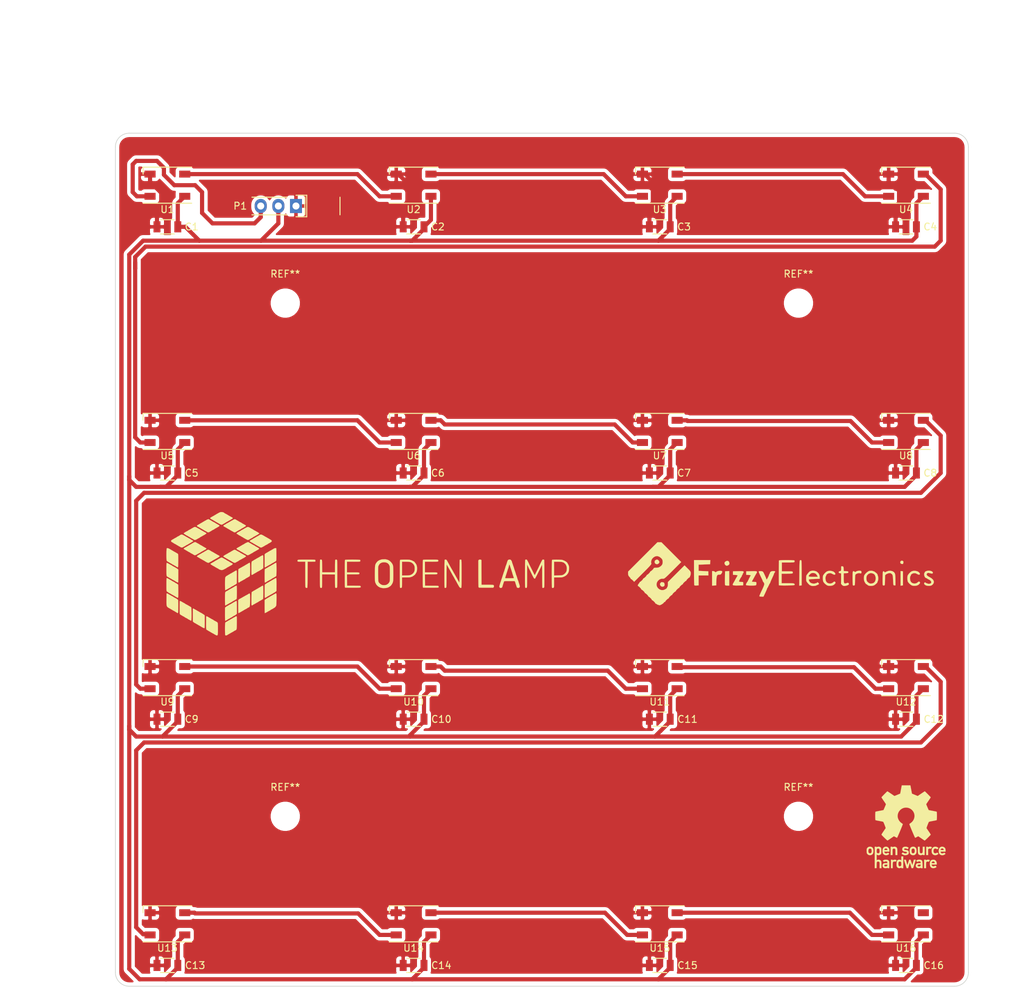
<source format=kicad_pcb>
(kicad_pcb (version 4) (host pcbnew 4.0.5-e0-6337~49~ubuntu16.04.1)
  (layers (0 F.Cu signal) (31 B.Cu signal) (34 B.Paste user) (35 F.Paste user) (36 B.SilkS user) (37 F.SilkS user) (38 B.Mask user) (39 F.Mask user) (44 Edge.Cuts user))
  (net 0 "")
  (net 1 GND)
  (net 2 +5V)
  (net 3 "Net-(P1-Pad3)")
  (net 4 "Net-(U1-Pad2)")
  (net 5 "Net-(U13-Pad2)")
  (net 6 "Net-(U2-Pad2)")
  (net 7 "Net-(U14-Pad2)")
  (net 8 "Net-(U3-Pad2)")
  (net 9 "Net-(U15-Pad2)")
  (net 10 "Net-(U4-Pad2)")
  (net 11 "Net-(U5-Pad2)")
  (net 12 "Net-(U10-Pad4)")
  (net 13 "Net-(U10-Pad2)")
  (net 14 "Net-(U11-Pad2)")
  (net 15 "Net-(U12-Pad2)")
  (net 16 "Net-(U16-Pad2)")
  (net 17 "Net-(U6-Pad2)")
  (net 18 "Net-(U7-Pad2)")
  (net 19 "Net-(U8-Pad2)")
  (module Pin_Headers:Pin_Header_Straight_1x03 (layer B.Cu) (at 109.04 43.5 90)
    (fp_text reference P1 (at 0 -8.04 180) (layer F.SilkS))
    (fp_text value CONN_01X03)
    (pad 1 thru_hole rect (at 0 0 90) (size 2.032 1.7272) (drill 1.016) (layers *.Cu F.Mask) (net 1 GND))
    (pad 2 thru_hole oval (at 0 -2.54 90) (size 2.032 1.7272) (drill 1.016) (layers *.Cu F.Mask) (net 2 +5V))
    (pad 3 thru_hole oval (at 0 -5.08 90) (size 2.032 1.7272) (drill 1.016) (layers *.Cu F.Mask) (net 3 "Net-(P1-Pad3)"))
  )
  (module Mounting_Holes:MountingHole_3.2mm_M3 (layer F.Cu) (at 107.5 131.5)
    (fp_text reference REF** (at 0 -4.2) (layer F.SilkS))
    (fp_text value MountingHole_3.2mm_M3)
    (pad 1 np_thru_hole circle (at 0 0) (size 3.2 3.2) (drill 3.2) (layers *.Cu *.Mask))
  )
  (module Mounting_Holes:MountingHole_3.2mm_M3 (layer F.Cu) (at 181.5 131.5)
    (fp_text reference REF** (at 0 -4.2) (layer F.SilkS))
    (fp_text value MountingHole_3.2mm_M3)
    (pad 1 np_thru_hole circle (at 0 0) (size 3.2 3.2) (drill 3.2) (layers *.Cu *.Mask))
  )
  (module Mounting_Holes:MountingHole_3.2mm_M3 (layer F.Cu) (at 181.5 57.5)
    (fp_text reference REF** (at 0 -4.2) (layer F.SilkS))
    (fp_text value MountingHole_3.2mm_M3)
    (pad 1 np_thru_hole circle (at 0 0) (size 3.2 3.2) (drill 3.2) (layers *.Cu *.Mask))
  )
  (module Capacitors_SMD:C_1206 (layer F.Cu) (at 90.5 46.5)
    (fp_text reference C1 (at 3.5 0) (layer F.SilkS))
    (fp_text value 100n)
    (pad 1 smd rect (at -1.5 0) (size 1 1.6) (layers F.Cu F.Paste F.Mask) (net 1 GND))
    (pad 2 smd rect (at 1.5 0) (size 1 1.6) (layers F.Cu F.Paste F.Mask) (net 2 +5V))
  )
  (module Capacitors_SMD:C_1206 (layer F.Cu) (at 126 46.5)
    (fp_text reference C2 (at 3.5 0) (layer F.SilkS))
    (fp_text value 100n)
    (pad 1 smd rect (at -1.5 0) (size 1 1.6) (layers F.Cu F.Paste F.Mask) (net 1 GND))
    (pad 2 smd rect (at 1.5 0) (size 1 1.6) (layers F.Cu F.Paste F.Mask) (net 2 +5V))
  )
  (module Capacitors_SMD:C_1206 (layer F.Cu) (at 161.5 46.5)
    (fp_text reference C3 (at 3.5 0) (layer F.SilkS))
    (fp_text value 100n)
    (pad 1 smd rect (at -1.5 0) (size 1 1.6) (layers F.Cu F.Paste F.Mask) (net 1 GND))
    (pad 2 smd rect (at 1.5 0) (size 1 1.6) (layers F.Cu F.Paste F.Mask) (net 2 +5V))
  )
  (module Capacitors_SMD:C_1206 (layer F.Cu) (at 197 46.5)
    (fp_text reference C4 (at 3.5 0) (layer F.SilkS))
    (fp_text value 100n)
    (pad 1 smd rect (at -1.5 0) (size 1 1.6) (layers F.Cu F.Paste F.Mask) (net 1 GND))
    (pad 2 smd rect (at 1.5 0) (size 1 1.6) (layers F.Cu F.Paste F.Mask) (net 2 +5V))
  )
  (module Capacitors_SMD:C_1206 (layer F.Cu) (at 90.5 82)
    (fp_text reference C5 (at 3.5 0) (layer F.SilkS))
    (fp_text value 100n)
    (pad 1 smd rect (at -1.5 0) (size 1 1.6) (layers F.Cu F.Paste F.Mask) (net 1 GND))
    (pad 2 smd rect (at 1.5 0) (size 1 1.6) (layers F.Cu F.Paste F.Mask) (net 2 +5V))
  )
  (module Capacitors_SMD:C_1206 (layer F.Cu) (at 126 82)
    (fp_text reference C6 (at 3.5 0) (layer F.SilkS))
    (fp_text value 100n)
    (pad 1 smd rect (at -1.5 0) (size 1 1.6) (layers F.Cu F.Paste F.Mask) (net 1 GND))
    (pad 2 smd rect (at 1.5 0) (size 1 1.6) (layers F.Cu F.Paste F.Mask) (net 2 +5V))
  )
  (module Capacitors_SMD:C_1206 (layer F.Cu) (at 161.5 82)
    (fp_text reference C7 (at 3.5 0) (layer F.SilkS))
    (fp_text value 100n)
    (pad 1 smd rect (at -1.5 0) (size 1 1.6) (layers F.Cu F.Paste F.Mask) (net 1 GND))
    (pad 2 smd rect (at 1.5 0) (size 1 1.6) (layers F.Cu F.Paste F.Mask) (net 2 +5V))
  )
  (module Capacitors_SMD:C_1206 (layer F.Cu) (at 197 82)
    (fp_text reference C8 (at 3.5 0) (layer F.SilkS))
    (fp_text value 100n)
    (pad 1 smd rect (at -1.5 0) (size 1 1.6) (layers F.Cu F.Paste F.Mask) (net 1 GND))
    (pad 2 smd rect (at 1.5 0) (size 1 1.6) (layers F.Cu F.Paste F.Mask) (net 2 +5V))
  )
  (module Capacitors_SMD:C_1206 (layer F.Cu) (at 90.5 117.5)
    (fp_text reference C9 (at 3.5 0) (layer F.SilkS))
    (fp_text value 100n)
    (pad 1 smd rect (at -1.5 0) (size 1 1.6) (layers F.Cu F.Paste F.Mask) (net 1 GND))
    (pad 2 smd rect (at 1.5 0) (size 1 1.6) (layers F.Cu F.Paste F.Mask) (net 2 +5V))
  )
  (module Capacitors_SMD:C_1206 (layer F.Cu) (at 126 117.5)
    (fp_text reference C10 (at 4 0) (layer F.SilkS))
    (fp_text value 100n)
    (pad 1 smd rect (at -1.5 0) (size 1 1.6) (layers F.Cu F.Paste F.Mask) (net 1 GND))
    (pad 2 smd rect (at 1.5 0) (size 1 1.6) (layers F.Cu F.Paste F.Mask) (net 2 +5V))
  )
  (module Capacitors_SMD:C_1206 (layer F.Cu) (at 161.5 117.5)
    (fp_text reference C11 (at 4 0) (layer F.SilkS))
    (fp_text value 100n)
    (pad 1 smd rect (at -1.5 0) (size 1 1.6) (layers F.Cu F.Paste F.Mask) (net 1 GND))
    (pad 2 smd rect (at 1.5 0) (size 1 1.6) (layers F.Cu F.Paste F.Mask) (net 2 +5V))
  )
  (module Capacitors_SMD:C_1206 (layer F.Cu) (at 197 117.5)
    (fp_text reference C12 (at 4 0) (layer F.SilkS))
    (fp_text value 100n)
    (pad 1 smd rect (at -1.5 0) (size 1 1.6) (layers F.Cu F.Paste F.Mask) (net 1 GND))
    (pad 2 smd rect (at 1.5 0) (size 1 1.6) (layers F.Cu F.Paste F.Mask) (net 2 +5V))
  )
  (module Capacitors_SMD:C_1206 (layer F.Cu) (at 90.5 153)
    (fp_text reference C13 (at 4 0) (layer F.SilkS))
    (fp_text value 100n)
    (pad 1 smd rect (at -1.5 0) (size 1 1.6) (layers F.Cu F.Paste F.Mask) (net 1 GND))
    (pad 2 smd rect (at 1.5 0) (size 1 1.6) (layers F.Cu F.Paste F.Mask) (net 2 +5V))
  )
  (module Capacitors_SMD:C_1206 (layer F.Cu) (at 126 153)
    (fp_text reference C14 (at 4 0) (layer F.SilkS))
    (fp_text value 100n)
    (pad 1 smd rect (at -1.5 0) (size 1 1.6) (layers F.Cu F.Paste F.Mask) (net 1 GND))
    (pad 2 smd rect (at 1.5 0) (size 1 1.6) (layers F.Cu F.Paste F.Mask) (net 2 +5V))
  )
  (module Capacitors_SMD:C_1206 (layer F.Cu) (at 161.5 153)
    (fp_text reference C15 (at 4 0) (layer F.SilkS))
    (fp_text value 100n)
    (pad 1 smd rect (at -1.5 0) (size 1 1.6) (layers F.Cu F.Paste F.Mask) (net 1 GND))
    (pad 2 smd rect (at 1.5 0) (size 1 1.6) (layers F.Cu F.Paste F.Mask) (net 2 +5V))
  )
  (module Capacitors_SMD:C_1206 (layer F.Cu) (at 197 153)
    (fp_text reference C16 (at 4 0) (layer F.SilkS))
    (fp_text value 100n)
    (pad 1 smd rect (at -1.5 0) (size 1 1.6) (layers F.Cu F.Paste F.Mask) (net 1 GND))
    (pad 2 smd rect (at 1.5 0) (size 1 1.6) (layers F.Cu F.Paste F.Mask) (net 2 +5V))
  )
  (module LEDs:LED_WS2812B-PLCC4 (layer F.Cu) (at 90.5 40.5 180)
    (fp_text reference U1 (at 0 -3.5 180) (layer F.SilkS))
    (fp_text value WS2812B)
    (pad 3 smd rect (at 2.5 1.6 180) (size 1.6 1) (layers F.Cu F.Paste F.Mask) (net 1 GND))
    (pad 4 smd rect (at 2.5 -1.6 180) (size 1.6 1) (layers F.Cu F.Paste F.Mask) (net 3 "Net-(P1-Pad3)"))
    (pad 2 smd rect (at -2.5 1.6 180) (size 1.6 1) (layers F.Cu F.Paste F.Mask) (net 4 "Net-(U1-Pad2)"))
    (pad 1 smd rect (at -2.5 -1.6 180) (size 1.6 1) (layers F.Cu F.Paste F.Mask) (net 2 +5V))
  )
  (module LEDs:LED_WS2812B-PLCC4 (layer F.Cu) (at 126 40.5 180)
    (fp_text reference U2 (at 0 -3.5 180) (layer F.SilkS))
    (fp_text value WS2812B)
    (pad 3 smd rect (at 2.5 1.6 180) (size 1.6 1) (layers F.Cu F.Paste F.Mask) (net 1 GND))
    (pad 4 smd rect (at 2.5 -1.6 180) (size 1.6 1) (layers F.Cu F.Paste F.Mask) (net 4 "Net-(U1-Pad2)"))
    (pad 2 smd rect (at -2.5 1.6 180) (size 1.6 1) (layers F.Cu F.Paste F.Mask) (net 6 "Net-(U2-Pad2)"))
    (pad 1 smd rect (at -2.5 -1.6 180) (size 1.6 1) (layers F.Cu F.Paste F.Mask) (net 2 +5V))
  )
  (module LEDs:LED_WS2812B-PLCC4 (layer F.Cu) (at 161.5 40.5 180)
    (fp_text reference U3 (at 0 -3.5 180) (layer F.SilkS))
    (fp_text value WS2812B)
    (pad 3 smd rect (at 2.5 1.6 180) (size 1.6 1) (layers F.Cu F.Paste F.Mask) (net 1 GND))
    (pad 4 smd rect (at 2.5 -1.6 180) (size 1.6 1) (layers F.Cu F.Paste F.Mask) (net 6 "Net-(U2-Pad2)"))
    (pad 2 smd rect (at -2.5 1.6 180) (size 1.6 1) (layers F.Cu F.Paste F.Mask) (net 8 "Net-(U3-Pad2)"))
    (pad 1 smd rect (at -2.5 -1.6 180) (size 1.6 1) (layers F.Cu F.Paste F.Mask) (net 2 +5V))
  )
  (module LEDs:LED_WS2812B-PLCC4 (layer F.Cu) (at 197 40.5 180)
    (fp_text reference U4 (at 0 -3.5 180) (layer F.SilkS))
    (fp_text value WS2812B)
    (pad 3 smd rect (at 2.5 1.6 180) (size 1.6 1) (layers F.Cu F.Paste F.Mask) (net 1 GND))
    (pad 4 smd rect (at 2.5 -1.6 180) (size 1.6 1) (layers F.Cu F.Paste F.Mask) (net 8 "Net-(U3-Pad2)"))
    (pad 2 smd rect (at -2.5 1.6 180) (size 1.6 1) (layers F.Cu F.Paste F.Mask) (net 10 "Net-(U4-Pad2)"))
    (pad 1 smd rect (at -2.5 -1.6 180) (size 1.6 1) (layers F.Cu F.Paste F.Mask) (net 2 +5V))
  )
  (module LEDs:LED_WS2812B-PLCC4 (layer F.Cu) (at 90.5 76 180)
    (fp_text reference U5 (at 0 -3.5 180) (layer F.SilkS))
    (fp_text value WS2812B)
    (pad 3 smd rect (at 2.5 1.6 180) (size 1.6 1) (layers F.Cu F.Paste F.Mask) (net 1 GND))
    (pad 4 smd rect (at 2.5 -1.6 180) (size 1.6 1) (layers F.Cu F.Paste F.Mask) (net 10 "Net-(U4-Pad2)"))
    (pad 2 smd rect (at -2.5 1.6 180) (size 1.6 1) (layers F.Cu F.Paste F.Mask) (net 11 "Net-(U5-Pad2)"))
    (pad 1 smd rect (at -2.5 -1.6 180) (size 1.6 1) (layers F.Cu F.Paste F.Mask) (net 2 +5V))
  )
  (module LEDs:LED_WS2812B-PLCC4 (layer F.Cu) (at 126 76 180)
    (fp_text reference U6 (at 0 -3.5 180) (layer F.SilkS))
    (fp_text value WS2812B)
    (pad 3 smd rect (at 2.5 1.6 180) (size 1.6 1) (layers F.Cu F.Paste F.Mask) (net 1 GND))
    (pad 4 smd rect (at 2.5 -1.6 180) (size 1.6 1) (layers F.Cu F.Paste F.Mask) (net 11 "Net-(U5-Pad2)"))
    (pad 2 smd rect (at -2.5 1.6 180) (size 1.6 1) (layers F.Cu F.Paste F.Mask) (net 17 "Net-(U6-Pad2)"))
    (pad 1 smd rect (at -2.5 -1.6 180) (size 1.6 1) (layers F.Cu F.Paste F.Mask) (net 2 +5V))
  )
  (module LEDs:LED_WS2812B-PLCC4 (layer F.Cu) (at 161.5 76 180)
    (fp_text reference U7 (at 0 -3.5 180) (layer F.SilkS))
    (fp_text value WS2812B)
    (pad 3 smd rect (at 2.5 1.6 180) (size 1.6 1) (layers F.Cu F.Paste F.Mask) (net 1 GND))
    (pad 4 smd rect (at 2.5 -1.6 180) (size 1.6 1) (layers F.Cu F.Paste F.Mask) (net 17 "Net-(U6-Pad2)"))
    (pad 2 smd rect (at -2.5 1.6 180) (size 1.6 1) (layers F.Cu F.Paste F.Mask) (net 18 "Net-(U7-Pad2)"))
    (pad 1 smd rect (at -2.5 -1.6 180) (size 1.6 1) (layers F.Cu F.Paste F.Mask) (net 2 +5V))
  )
  (module LEDs:LED_WS2812B-PLCC4 (layer F.Cu) (at 197 76 180)
    (fp_text reference U8 (at 0 -3.5 180) (layer F.SilkS))
    (fp_text value WS2812B)
    (pad 3 smd rect (at 2.5 1.6 180) (size 1.6 1) (layers F.Cu F.Paste F.Mask) (net 1 GND))
    (pad 4 smd rect (at 2.5 -1.6 180) (size 1.6 1) (layers F.Cu F.Paste F.Mask) (net 18 "Net-(U7-Pad2)"))
    (pad 2 smd rect (at -2.5 1.6 180) (size 1.6 1) (layers F.Cu F.Paste F.Mask) (net 19 "Net-(U8-Pad2)"))
    (pad 1 smd rect (at -2.5 -1.6 180) (size 1.6 1) (layers F.Cu F.Paste F.Mask) (net 2 +5V))
  )
  (module LEDs:LED_WS2812B-PLCC4 (layer F.Cu) (at 90.5 111.5 180)
    (fp_text reference U9 (at 0 -3.5 180) (layer F.SilkS))
    (fp_text value WS2812B)
    (pad 3 smd rect (at 2.5 1.6 180) (size 1.6 1) (layers F.Cu F.Paste F.Mask) (net 1 GND))
    (pad 4 smd rect (at 2.5 -1.6 180) (size 1.6 1) (layers F.Cu F.Paste F.Mask) (net 19 "Net-(U8-Pad2)"))
    (pad 2 smd rect (at -2.5 1.6 180) (size 1.6 1) (layers F.Cu F.Paste F.Mask) (net 12 "Net-(U10-Pad4)"))
    (pad 1 smd rect (at -2.5 -1.6 180) (size 1.6 1) (layers F.Cu F.Paste F.Mask) (net 2 +5V))
  )
  (module LEDs:LED_WS2812B-PLCC4 (layer F.Cu) (at 126 111.5 180)
    (fp_text reference U10 (at 0 -3.5 180) (layer F.SilkS))
    (fp_text value WS2812B)
    (pad 3 smd rect (at 2.5 1.6 180) (size 1.6 1) (layers F.Cu F.Paste F.Mask) (net 1 GND))
    (pad 4 smd rect (at 2.5 -1.6 180) (size 1.6 1) (layers F.Cu F.Paste F.Mask) (net 12 "Net-(U10-Pad4)"))
    (pad 2 smd rect (at -2.5 1.6 180) (size 1.6 1) (layers F.Cu F.Paste F.Mask) (net 13 "Net-(U10-Pad2)"))
    (pad 1 smd rect (at -2.5 -1.6 180) (size 1.6 1) (layers F.Cu F.Paste F.Mask) (net 2 +5V))
  )
  (module LEDs:LED_WS2812B-PLCC4 (layer F.Cu) (at 161.5 111.5 180)
    (fp_text reference U11 (at 0 -3.5 180) (layer F.SilkS))
    (fp_text value WS2812B)
    (pad 3 smd rect (at 2.5 1.6 180) (size 1.6 1) (layers F.Cu F.Paste F.Mask) (net 1 GND))
    (pad 4 smd rect (at 2.5 -1.6 180) (size 1.6 1) (layers F.Cu F.Paste F.Mask) (net 13 "Net-(U10-Pad2)"))
    (pad 2 smd rect (at -2.5 1.6 180) (size 1.6 1) (layers F.Cu F.Paste F.Mask) (net 14 "Net-(U11-Pad2)"))
    (pad 1 smd rect (at -2.5 -1.6 180) (size 1.6 1) (layers F.Cu F.Paste F.Mask) (net 2 +5V))
  )
  (module LEDs:LED_WS2812B-PLCC4 (layer F.Cu) (at 197 111.5 180)
    (fp_text reference U12 (at 0 -3.5 180) (layer F.SilkS))
    (fp_text value WS2812B)
    (pad 3 smd rect (at 2.5 1.6 180) (size 1.6 1) (layers F.Cu F.Paste F.Mask) (net 1 GND))
    (pad 4 smd rect (at 2.5 -1.6 180) (size 1.6 1) (layers F.Cu F.Paste F.Mask) (net 14 "Net-(U11-Pad2)"))
    (pad 2 smd rect (at -2.5 1.6 180) (size 1.6 1) (layers F.Cu F.Paste F.Mask) (net 15 "Net-(U12-Pad2)"))
    (pad 1 smd rect (at -2.5 -1.6 180) (size 1.6 1) (layers F.Cu F.Paste F.Mask) (net 2 +5V))
  )
  (module LEDs:LED_WS2812B-PLCC4 (layer F.Cu) (at 90.5 147 180)
    (fp_text reference U13 (at 0 -3.5 180) (layer F.SilkS))
    (fp_text value WS2812B)
    (pad 3 smd rect (at 2.5 1.6 180) (size 1.6 1) (layers F.Cu F.Paste F.Mask) (net 1 GND))
    (pad 4 smd rect (at 2.5 -1.6 180) (size 1.6 1) (layers F.Cu F.Paste F.Mask) (net 15 "Net-(U12-Pad2)"))
    (pad 2 smd rect (at -2.5 1.6 180) (size 1.6 1) (layers F.Cu F.Paste F.Mask) (net 5 "Net-(U13-Pad2)"))
    (pad 1 smd rect (at -2.5 -1.6 180) (size 1.6 1) (layers F.Cu F.Paste F.Mask) (net 2 +5V))
  )
  (module LEDs:LED_WS2812B-PLCC4 (layer F.Cu) (at 126 147 180)
    (fp_text reference U14 (at 0 -3.5 180) (layer F.SilkS))
    (fp_text value WS2812B)
    (pad 3 smd rect (at 2.5 1.6 180) (size 1.6 1) (layers F.Cu F.Paste F.Mask) (net 1 GND))
    (pad 4 smd rect (at 2.5 -1.6 180) (size 1.6 1) (layers F.Cu F.Paste F.Mask) (net 5 "Net-(U13-Pad2)"))
    (pad 2 smd rect (at -2.5 1.6 180) (size 1.6 1) (layers F.Cu F.Paste F.Mask) (net 7 "Net-(U14-Pad2)"))
    (pad 1 smd rect (at -2.5 -1.6 180) (size 1.6 1) (layers F.Cu F.Paste F.Mask) (net 2 +5V))
  )
  (module LEDs:LED_WS2812B-PLCC4 (layer F.Cu) (at 161.5 147 180)
    (fp_text reference U15 (at 0 -3.5 180) (layer F.SilkS))
    (fp_text value WS2812B)
    (pad 3 smd rect (at 2.5 1.6 180) (size 1.6 1) (layers F.Cu F.Paste F.Mask) (net 1 GND))
    (pad 4 smd rect (at 2.5 -1.6 180) (size 1.6 1) (layers F.Cu F.Paste F.Mask) (net 7 "Net-(U14-Pad2)"))
    (pad 2 smd rect (at -2.5 1.6 180) (size 1.6 1) (layers F.Cu F.Paste F.Mask) (net 9 "Net-(U15-Pad2)"))
    (pad 1 smd rect (at -2.5 -1.6 180) (size 1.6 1) (layers F.Cu F.Paste F.Mask) (net 2 +5V))
  )
  (module LEDs:LED_WS2812B-PLCC4 (layer F.Cu) (at 197 147 180)
    (fp_text reference U16 (at 0 -3.5 180) (layer F.SilkS))
    (fp_text value WS2812B)
    (pad 3 smd rect (at 2.5 1.6 180) (size 1.6 1) (layers F.Cu F.Paste F.Mask) (net 1 GND))
    (pad 4 smd rect (at 2.5 -1.6 180) (size 1.6 1) (layers F.Cu F.Paste F.Mask) (net 9 "Net-(U15-Pad2)"))
    (pad 2 smd rect (at -2.5 1.6 180) (size 1.6 1) (layers F.Cu F.Paste F.Mask) (net 16 "Net-(U16-Pad2)"))
    (pad 1 smd rect (at -2.5 -1.6 180) (size 1.6 1) (layers F.Cu F.Paste F.Mask) (net 2 +5V))
  )
  (module Mounting_Holes:MountingHole_3.2mm_M3 (layer F.Cu) (at 107.5 57.5)
    (fp_text reference REF** (at 0 -4.2) (layer F.SilkS))
    (fp_text value MountingHole_3.2mm_M3)
    (pad 1 np_thru_hole circle (at 0 0) (size 3.2 3.2) (drill 3.2) (layers *.Cu *.Mask))
  )
  (module Symbols:OSHW-Logo_11.4x12mm_SilkScreen (layer F.Cu) (at 197 133)
    (fp_text reference REF*** hide)
    (fp_text value OSHW-Logo_11.4x12mm_SilkScreen hide)
  )
  (module logos_frizzy:logo_ola (layer F.Cu) (at 119.38 96.52)
    (fp_text reference G*** hide)
    (fp_text value LOGO hide)
  )
  (module logos_frizzy:logo_frizzy_electronics_grueso (layer F.Cu) (at 179.07 96.52)
    (fp_text reference G*** hide)
    (fp_text value LOGO hide)
  )
  (gr_line (start 85 33) (end 204 33) (layer Edge.Cuts) (width 0.1))
  (gr_line (start 83 154) (end 83 35) (layer Edge.Cuts) (width 0.1))
  (gr_line (start 206 35) (end 206 154) (layer Edge.Cuts) (width 0.1))
  (gr_line (start 85 156) (end 204 156) (layer Edge.Cuts) (width 0.1))
  (gr_arc (start 85 154) (end 85 156) (angle 90) (layer Edge.Cuts) (width 0.1))
  (gr_arc (start 85 35) (end 83 35) (angle 90) (layer Edge.Cuts) (width 0.1))
  (gr_arc (start 204 35) (end 204 33) (angle 90) (layer Edge.Cuts) (width 0.1))
  (gr_arc (start 204 154) (end 206 154) (angle 90) (layer Edge.Cuts) (width 0.1))
  (segment (start 196 41.302798) (end 196 44.6) (width 0.6) (layer F.Cu) (net 1))
  (segment (start 196 44.6) (end 195.5 45.1) (width 0.6) (layer F.Cu) (net 1))
  (segment (start 195.5 45.1) (end 195.5 46.5) (width 0.6) (layer F.Cu) (net 1))
  (segment (start 195.5 41) (end 195.697202 41) (width 0.6) (layer F.Cu) (net 1))
  (segment (start 195.697202 41) (end 196 41.302798) (width 0.6) (layer F.Cu) (net 1))
  (segment (start 194.5 38.9) (end 194.5 40) (width 0.6) (layer F.Cu) (net 1))
  (segment (start 194.5 40) (end 195.5 41) (width 0.6) (layer F.Cu) (net 1))
  (segment (start 160.5 40.1) (end 160.5 44.6) (width 0.6) (layer F.Cu) (net 1))
  (segment (start 160 45.1) (end 160 46.5) (width 0.6) (layer F.Cu) (net 1))
  (segment (start 160.5 44.6) (end 160 45.1) (width 0.6) (layer F.Cu) (net 1))
  (segment (start 159 38.9) (end 159.3 38.9) (width 0.6) (layer F.Cu) (net 1))
  (segment (start 159.3 38.9) (end 160.5 40.1) (width 0.6) (layer F.Cu) (net 1))
  (segment (start 124.5 46.5) (end 124.5 45) (width 0.6) (layer F.Cu) (net 1))
  (segment (start 124.5 45) (end 126 43.5) (width 0.6) (layer F.Cu) (net 1))
  (segment (start 126 43.5) (end 126 41.1) (width 0.6) (layer F.Cu) (net 1))
  (segment (start 126 41.1) (end 123.8 38.9) (width 0.6) (layer F.Cu) (net 1))
  (segment (start 123.8 38.9) (end 123.5 38.9) (width 0.6) (layer F.Cu) (net 1))
  (segment (start 90 42) (end 88 40) (width 0.6) (layer F.Cu) (net 1))
  (segment (start 88 40) (end 88 38.9) (width 0.6) (layer F.Cu) (net 1))
  (segment (start 90 44.1) (end 90 42) (width 0.6) (layer F.Cu) (net 1))
  (segment (start 89 46.5) (end 89 45.1) (width 0.6) (layer F.Cu) (net 1))
  (segment (start 89 45.1) (end 90 44.1) (width 0.6) (layer F.Cu) (net 1))
  (segment (start 106.5 46) (end 106.5 43.5) (width 0.6) (layer F.Cu) (net 2))
  (segment (start 104 48.5) (end 125.5 48.5) (width 0.6) (layer F.Cu) (net 2))
  (segment (start 95.1 48.5) (end 104 48.5) (width 0.6) (layer F.Cu) (net 2))
  (segment (start 104 48.5) (end 106.5 46) (width 0.6) (layer F.Cu) (net 2))
  (segment (start 85 82.5) (end 85 50.5) (width 0.6) (layer F.Cu) (net 2))
  (segment (start 85 50.5) (end 87 48.5) (width 0.6) (layer F.Cu) (net 2))
  (segment (start 87 48.5) (end 95.1 48.5) (width 0.6) (layer F.Cu) (net 2))
  (segment (start 198.5 153) (end 198.5 149.6) (width 0.6) (layer F.Cu) (net 2))
  (segment (start 198.5 149.6) (end 199.5 148.6) (width 0.6) (layer F.Cu) (net 2))
  (segment (start 163 153) (end 163 149.6) (width 0.6) (layer F.Cu) (net 2))
  (segment (start 163 149.6) (end 164 148.6) (width 0.6) (layer F.Cu) (net 2))
  (segment (start 127.5 153) (end 127.5 149.6) (width 0.6) (layer F.Cu) (net 2))
  (segment (start 127.5 149.6) (end 128.5 148.6) (width 0.6) (layer F.Cu) (net 2))
  (segment (start 92 153) (end 92 149.6) (width 0.6) (layer F.Cu) (net 2))
  (segment (start 92 149.6) (end 93 148.6) (width 0.6) (layer F.Cu) (net 2))
  (segment (start 161.3 155) (end 196.8 155) (width 0.6) (layer F.Cu) (net 2))
  (segment (start 196.8 155) (end 198.5 153.3) (width 0.6) (layer F.Cu) (net 2))
  (segment (start 198.5 153.3) (end 198.5 153) (width 0.6) (layer F.Cu) (net 2))
  (segment (start 125.8 155) (end 161.3 155) (width 0.6) (layer F.Cu) (net 2))
  (segment (start 161.3 155) (end 163 153.3) (width 0.6) (layer F.Cu) (net 2))
  (segment (start 163 153.3) (end 163 153) (width 0.6) (layer F.Cu) (net 2))
  (segment (start 90.3 155) (end 125.8 155) (width 0.6) (layer F.Cu) (net 2))
  (segment (start 125.8 155) (end 127.5 153.3) (width 0.6) (layer F.Cu) (net 2))
  (segment (start 127.5 153.3) (end 127.5 153) (width 0.6) (layer F.Cu) (net 2))
  (segment (start 86.5 155) (end 90.3 155) (width 0.6) (layer F.Cu) (net 2))
  (segment (start 90.3 155) (end 92 153.3) (width 0.6) (layer F.Cu) (net 2))
  (segment (start 92 153.3) (end 92 153) (width 0.6) (layer F.Cu) (net 2))
  (segment (start 85 153.5) (end 86.5 155) (width 0.6) (layer F.Cu) (net 2))
  (segment (start 85 118.5) (end 85 119) (width 0.6) (layer F.Cu) (net 2))
  (segment (start 85 118.5) (end 85 153.5) (width 0.6) (layer F.Cu) (net 2))
  (segment (start 85 82.5) (end 85 118.5) (width 0.6) (layer F.Cu) (net 2))
  (segment (start 198.5 117.5) (end 198.5 114.1) (width 0.6) (layer F.Cu) (net 2))
  (segment (start 198.5 114.1) (end 199.5 113.1) (width 0.6) (layer F.Cu) (net 2))
  (segment (start 92 117.5) (end 92 114.1) (width 0.6) (layer F.Cu) (net 2))
  (segment (start 92 114.1) (end 93 113.1) (width 0.6) (layer F.Cu) (net 2))
  (segment (start 127.5 117.5) (end 127.5 114.1) (width 0.6) (layer F.Cu) (net 2))
  (segment (start 127.5 114.1) (end 128.5 113.1) (width 0.6) (layer F.Cu) (net 2))
  (segment (start 163 117.5) (end 163 114.1) (width 0.6) (layer F.Cu) (net 2))
  (segment (start 163 114.1) (end 164 113.1) (width 0.6) (layer F.Cu) (net 2))
  (segment (start 160.8 120) (end 196.3 120) (width 0.6) (layer F.Cu) (net 2))
  (segment (start 196.3 120) (end 198.5 117.8) (width 0.6) (layer F.Cu) (net 2))
  (segment (start 198.5 117.8) (end 198.5 117.5) (width 0.6) (layer F.Cu) (net 2))
  (segment (start 125.5 120) (end 160.8 120) (width 0.6) (layer F.Cu) (net 2))
  (segment (start 160.8 120) (end 163 117.8) (width 0.6) (layer F.Cu) (net 2))
  (segment (start 163 117.8) (end 163 117.5) (width 0.6) (layer F.Cu) (net 2))
  (segment (start 125.5 120) (end 125.5 119.8) (width 0.6) (layer F.Cu) (net 2))
  (segment (start 125.5 119.8) (end 127.5 117.8) (width 0.6) (layer F.Cu) (net 2))
  (segment (start 127.5 117.8) (end 127.5 117.5) (width 0.6) (layer F.Cu) (net 2))
  (segment (start 89.8 120) (end 125.5 120) (width 0.6) (layer F.Cu) (net 2))
  (segment (start 85 119) (end 86 120) (width 0.6) (layer F.Cu) (net 2))
  (segment (start 86 120) (end 89.8 120) (width 0.6) (layer F.Cu) (net 2))
  (segment (start 89.8 120) (end 92 117.8) (width 0.6) (layer F.Cu) (net 2))
  (segment (start 92 117.8) (end 92 117.5) (width 0.6) (layer F.Cu) (net 2))
  (segment (start 85 82.5) (end 85 83) (width 0.6) (layer F.Cu) (net 2))
  (segment (start 198.5 82) (end 198.5 78.6) (width 0.6) (layer F.Cu) (net 2))
  (segment (start 198.5 78.6) (end 199.5 77.6) (width 0.6) (layer F.Cu) (net 2))
  (segment (start 92 82) (end 92 78.6) (width 0.6) (layer F.Cu) (net 2))
  (segment (start 92 78.6) (end 93 77.6) (width 0.6) (layer F.Cu) (net 2))
  (segment (start 127.5 82) (end 127.5 78.6) (width 0.6) (layer F.Cu) (net 2))
  (segment (start 127.5 78.6) (end 128.5 77.6) (width 0.6) (layer F.Cu) (net 2))
  (segment (start 163 82) (end 163 78.6) (width 0.6) (layer F.Cu) (net 2))
  (segment (start 163 78.6) (end 164 77.6) (width 0.6) (layer F.Cu) (net 2))
  (segment (start 160.5 84) (end 161.3 84) (width 0.6) (layer F.Cu) (net 2))
  (segment (start 125.5 84) (end 160.5 84) (width 0.6) (layer F.Cu) (net 2))
  (segment (start 160.5 84) (end 196.8 84) (width 0.6) (layer F.Cu) (net 2))
  (segment (start 198.5 82.3) (end 198.5 82) (width 0.6) (layer F.Cu) (net 2))
  (segment (start 196.8 84) (end 198.5 82.3) (width 0.6) (layer F.Cu) (net 2))
  (segment (start 125.5 84) (end 125.8 84) (width 0.6) (layer F.Cu) (net 2))
  (segment (start 89.5 84) (end 125.5 84) (width 0.6) (layer F.Cu) (net 2))
  (segment (start 161.3 84) (end 163 82.3) (width 0.6) (layer F.Cu) (net 2))
  (segment (start 163 82.3) (end 163 82) (width 0.6) (layer F.Cu) (net 2))
  (segment (start 89.5 84) (end 90.3 84) (width 0.6) (layer F.Cu) (net 2))
  (segment (start 127.5 82.3) (end 127.5 82) (width 0.6) (layer F.Cu) (net 2))
  (segment (start 86 84) (end 89.5 84) (width 0.6) (layer F.Cu) (net 2))
  (segment (start 125.8 84) (end 127.5 82.3) (width 0.6) (layer F.Cu) (net 2))
  (segment (start 90.3 84) (end 92 82.3) (width 0.6) (layer F.Cu) (net 2))
  (segment (start 92 82.3) (end 92 82) (width 0.6) (layer F.Cu) (net 2))
  (segment (start 85 83) (end 86 84) (width 0.6) (layer F.Cu) (net 2))
  (segment (start 161.3 48.5) (end 197.9 48.5) (width 0.6) (layer F.Cu) (net 2))
  (segment (start 197.9 48.5) (end 198.5 47.9) (width 0.6) (layer F.Cu) (net 2))
  (segment (start 198.5 47.9) (end 198.5 46.5) (width 0.6) (layer F.Cu) (net 2))
  (segment (start 125.5 48.5) (end 125.8 48.5) (width 0.6) (layer F.Cu) (net 2))
  (segment (start 125.5 48.5) (end 161.3 48.5) (width 0.6) (layer F.Cu) (net 2))
  (segment (start 161.3 48.5) (end 163 46.8) (width 0.6) (layer F.Cu) (net 2))
  (segment (start 163 46.8) (end 163 46.5) (width 0.6) (layer F.Cu) (net 2))
  (segment (start 125.8 48.5) (end 127.5 46.8) (width 0.6) (layer F.Cu) (net 2))
  (segment (start 127.5 46.8) (end 127.5 46.5) (width 0.6) (layer F.Cu) (net 2))
  (segment (start 92 46.5) (end 93.1 46.5) (width 0.6) (layer F.Cu) (net 2))
  (segment (start 93.1 46.5) (end 95.1 48.5) (width 0.6) (layer F.Cu) (net 2))
  (segment (start 198.5 46.5) (end 198.5 43.1) (width 0.6) (layer F.Cu) (net 2))
  (segment (start 198.5 43.1) (end 199.5 42.1) (width 0.6) (layer F.Cu) (net 2))
  (segment (start 163 46.5) (end 163 43.1) (width 0.6) (layer F.Cu) (net 2))
  (segment (start 163 43.1) (end 164 42.1) (width 0.6) (layer F.Cu) (net 2))
  (segment (start 128.5 42.1) (end 128.5 45.5) (width 0.6) (layer F.Cu) (net 2))
  (segment (start 128.5 45.5) (end 127.5 46.5) (width 0.6) (layer F.Cu) (net 2))
  (segment (start 92 46.5) (end 92 43.1) (width 0.6) (layer F.Cu) (net 2))
  (segment (start 92 43.1) (end 93 42.1) (width 0.6) (layer F.Cu) (net 2))
  (segment (start 85.5 41.5) (end 86.1 42.1) (width 0.6) (layer F.Cu) (net 3))
  (segment (start 86.1 42.1) (end 88 42.1) (width 0.6) (layer F.Cu) (net 3))
  (segment (start 85.5 37.5) (end 85.5 41.5) (width 0.6) (layer F.Cu) (net 3))
  (segment (start 86 37) (end 85.5 37.5) (width 0.6) (layer F.Cu) (net 3))
  (segment (start 89 37) (end 86 37) (width 0.6) (layer F.Cu) (net 3))
  (segment (start 90 38) (end 89 37) (width 0.6) (layer F.Cu) (net 3))
  (segment (start 90 39) (end 90 38) (width 0.6) (layer F.Cu) (net 3))
  (segment (start 91.5 40.5) (end 90 39) (width 0.6) (layer F.Cu) (net 3))
  (segment (start 94.5 40.5) (end 91.5 40.5) (width 0.6) (layer F.Cu) (net 3))
  (segment (start 95.5 41.5) (end 94.5 40.5) (width 0.6) (layer F.Cu) (net 3))
  (segment (start 95.5 44.5) (end 95.5 41.5) (width 0.6) (layer F.Cu) (net 3))
  (segment (start 97 46) (end 95.5 44.5) (width 0.6) (layer F.Cu) (net 3))
  (segment (start 103.076 46) (end 97 46) (width 0.6) (layer F.Cu) (net 3))
  (segment (start 103.96 43.5) (end 103.96 45.116) (width 0.6) (layer F.Cu) (net 3))
  (segment (start 103.96 45.116) (end 103.076 46) (width 0.6) (layer F.Cu) (net 3))
  (segment (start 117.9 38.9) (end 121.1 42.1) (width 0.6) (layer F.Cu) (net 4))
  (segment (start 121.1 42.1) (end 123.5 42.1) (width 0.6) (layer F.Cu) (net 4))
  (segment (start 93 38.9) (end 117.9 38.9) (width 0.6) (layer F.Cu) (net 4))
  (segment (start 118 145.5) (end 121.1 148.6) (width 0.6) (layer F.Cu) (net 5))
  (segment (start 121.1 148.6) (end 123.5 148.6) (width 0.6) (layer F.Cu) (net 5))
  (segment (start 94.5 145.5) (end 118 145.5) (width 0.6) (layer F.Cu) (net 5))
  (segment (start 93 145.4) (end 94.4 145.4) (width 0.6) (layer F.Cu) (net 5))
  (segment (start 94.4 145.4) (end 94.5 145.5) (width 0.6) (layer F.Cu) (net 5))
  (segment (start 153.4 38.9) (end 156.6 42.1) (width 0.6) (layer F.Cu) (net 6))
  (segment (start 156.6 42.1) (end 159 42.1) (width 0.6) (layer F.Cu) (net 6))
  (segment (start 128.5 38.9) (end 153.4 38.9) (width 0.6) (layer F.Cu) (net 6))
  (segment (start 153.6 145.4) (end 156.8 148.6) (width 0.6) (layer F.Cu) (net 7))
  (segment (start 156.8 148.6) (end 159 148.6) (width 0.6) (layer F.Cu) (net 7))
  (segment (start 128.5 145.4) (end 153.6 145.4) (width 0.6) (layer F.Cu) (net 7))
  (segment (start 187.9 38.9) (end 191.1 42.1) (width 0.6) (layer F.Cu) (net 8))
  (segment (start 191.1 42.1) (end 194.5 42.1) (width 0.6) (layer F.Cu) (net 8))
  (segment (start 164 38.9) (end 187.9 38.9) (width 0.6) (layer F.Cu) (net 8))
  (segment (start 188.9 145.4) (end 192.1 148.6) (width 0.6) (layer F.Cu) (net 9))
  (segment (start 192.1 148.6) (end 194.5 148.6) (width 0.6) (layer F.Cu) (net 9))
  (segment (start 164 145.4) (end 188.9 145.4) (width 0.6) (layer F.Cu) (net 9))
  (segment (start 85.85401 52.5) (end 85.85401 50.853742) (width 0.6) (layer F.Cu) (net 10))
  (segment (start 85.85401 50.853742) (end 87.353742 49.35401) (width 0.6) (layer F.Cu) (net 10))
  (segment (start 87.353742 49.35401) (end 201.14599 49.35401) (width 0.6) (layer F.Cu) (net 10))
  (segment (start 201.14599 49.35401) (end 202 48.5) (width 0.6) (layer F.Cu) (net 10))
  (segment (start 85.85401 52.5) (end 85.85401 76.85401) (width 0.6) (layer F.Cu) (net 10))
  (segment (start 85.85401 51.64599) (end 85.85401 52.5) (width 0.6) (layer F.Cu) (net 10))
  (segment (start 199.5 38.9) (end 199.8 38.9) (width 0.6) (layer F.Cu) (net 10))
  (segment (start 199.8 38.9) (end 202 41.1) (width 0.6) (layer F.Cu) (net 10))
  (segment (start 202 41.1) (end 202 48.5) (width 0.6) (layer F.Cu) (net 10))
  (segment (start 85.85401 76.85401) (end 86.6 77.6) (width 0.6) (layer F.Cu) (net 10))
  (segment (start 86.6 77.6) (end 88 77.6) (width 0.6) (layer F.Cu) (net 10))
  (segment (start 117.9 74.4) (end 121.1 77.6) (width 0.6) (layer F.Cu) (net 11))
  (segment (start 121.1 77.6) (end 123.5 77.6) (width 0.6) (layer F.Cu) (net 11))
  (segment (start 93 74.4) (end 117.9 74.4) (width 0.6) (layer F.Cu) (net 11))
  (segment (start 117.9 109.9) (end 121.1 113.1) (width 0.6) (layer F.Cu) (net 12))
  (segment (start 121.1 113.1) (end 123.5 113.1) (width 0.6) (layer F.Cu) (net 12))
  (segment (start 93 109.9) (end 117.9 109.9) (width 0.6) (layer F.Cu) (net 12))
  (segment (start 154 110.5) (end 156.6 113.1) (width 0.6) (layer F.Cu) (net 13))
  (segment (start 156.6 113.1) (end 159 113.1) (width 0.6) (layer F.Cu) (net 13))
  (segment (start 130.5 110.5) (end 154 110.5) (width 0.6) (layer F.Cu) (net 13))
  (segment (start 128.5 109.9) (end 129.9 109.9) (width 0.6) (layer F.Cu) (net 13))
  (segment (start 129.9 109.9) (end 130.5 110.5) (width 0.6) (layer F.Cu) (net 13))
  (segment (start 189.5 110) (end 192.6 113.1) (width 0.6) (layer F.Cu) (net 14))
  (segment (start 192.6 113.1) (end 194.5 113.1) (width 0.6) (layer F.Cu) (net 14))
  (segment (start 164.4 110) (end 189.5 110) (width 0.6) (layer F.Cu) (net 14))
  (segment (start 164 109.9) (end 164.3 109.9) (width 0.6) (layer F.Cu) (net 14))
  (segment (start 164.3 109.9) (end 164.4 110) (width 0.6) (layer F.Cu) (net 14))
  (segment (start 199.5 109.9) (end 199.8 109.9) (width 0.6) (layer F.Cu) (net 15))
  (segment (start 87.14599 120.85401) (end 86 122) (width 0.6) (layer F.Cu) (net 15))
  (segment (start 199.8 109.9) (end 202 112.1) (width 0.6) (layer F.Cu) (net 15))
  (segment (start 87 148.5) (end 87.9 148.5) (width 0.6) (layer F.Cu) (net 15))
  (segment (start 87.9 148.5) (end 88 148.6) (width 0.6) (layer F.Cu) (net 15))
  (segment (start 202 112.1) (end 202 118) (width 0.6) (layer F.Cu) (net 15))
  (segment (start 202 118) (end 199.14599 120.85401) (width 0.6) (layer F.Cu) (net 15))
  (segment (start 199.14599 120.85401) (end 87.14599 120.85401) (width 0.6) (layer F.Cu) (net 15))
  (segment (start 86 122) (end 86 147.5) (width 0.6) (layer F.Cu) (net 15))
  (segment (start 86 147.5) (end 87 148.5) (width 0.6) (layer F.Cu) (net 15))
  (segment (start 155 75) (end 157.6 77.6) (width 0.6) (layer F.Cu) (net 17))
  (segment (start 157.6 77.6) (end 159 77.6) (width 0.6) (layer F.Cu) (net 17))
  (segment (start 130.5 75) (end 155 75) (width 0.6) (layer F.Cu) (net 17))
  (segment (start 128.5 74.4) (end 129.9 74.4) (width 0.6) (layer F.Cu) (net 17))
  (segment (start 129.9 74.4) (end 130.5 75) (width 0.6) (layer F.Cu) (net 17))
  (segment (start 189 74.5) (end 192.1 77.6) (width 0.6) (layer F.Cu) (net 18))
  (segment (start 192.1 77.6) (end 194.5 77.6) (width 0.6) (layer F.Cu) (net 18))
  (segment (start 165.5 74.5) (end 189 74.5) (width 0.6) (layer F.Cu) (net 18))
  (segment (start 164 74.4) (end 165.4 74.4) (width 0.6) (layer F.Cu) (net 18))
  (segment (start 165.4 74.4) (end 165.5 74.5) (width 0.6) (layer F.Cu) (net 18))
  (segment (start 199.5 74.4) (end 199.8 74.4) (width 0.6) (layer F.Cu) (net 19))
  (segment (start 199.8 74.4) (end 202 76.6) (width 0.6) (layer F.Cu) (net 19))
  (segment (start 202 82) (end 199.14599 84.85401) (width 0.6) (layer F.Cu) (net 19))
  (segment (start 86 86) (end 86 112.5) (width 0.6) (layer F.Cu) (net 19))
  (segment (start 202 76.6) (end 202 82) (width 0.6) (layer F.Cu) (net 19))
  (segment (start 199.14599 84.85401) (end 87.14599 84.85401) (width 0.6) (layer F.Cu) (net 19))
  (segment (start 87.14599 84.85401) (end 86 86) (width 0.6) (layer F.Cu) (net 19))
  (segment (start 86 112.5) (end 86.6 113.1) (width 0.6) (layer F.Cu) (net 19))
  (segment (start 86.6 113.1) (end 88 113.1) (width 0.6) (layer F.Cu) (net 19))
  (zone (net 1) (net_name GND) (layer F.Cu) (connect_pads (clearance 0.508)) (min_thickness 0.254) (fill yes (arc_segments 32) (thermal_gap 0.508) (thermal_bridge_width 0.508))
    (polygon (pts (xy 83.5 33.5) (xy 144.5 33.5) (xy 205.5 33.5) (xy 205.5 155.5) (xy 83.5 155.5)))
  )
)
</source>
